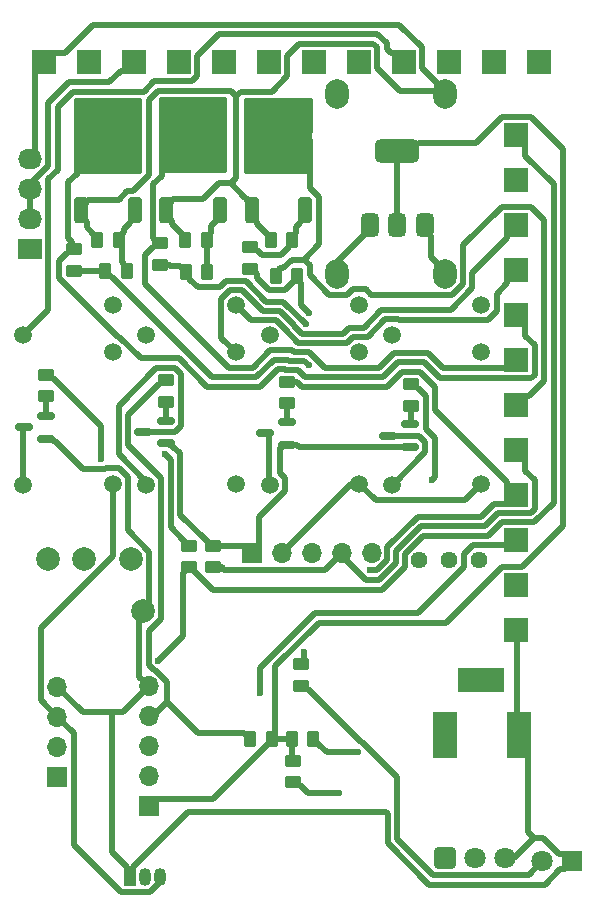
<source format=gbr>
%TF.GenerationSoftware,KiCad,Pcbnew,8.0.5*%
%TF.CreationDate,2024-10-28T11:16:19+03:00*%
%TF.ProjectId,IoTmanager,496f546d-616e-4616-9765-722e6b696361,rev?*%
%TF.SameCoordinates,Original*%
%TF.FileFunction,Copper,L2,Bot*%
%TF.FilePolarity,Positive*%
%FSLAX46Y46*%
G04 Gerber Fmt 4.6, Leading zero omitted, Abs format (unit mm)*
G04 Created by KiCad (PCBNEW 8.0.5) date 2024-10-28 11:16:19*
%MOMM*%
%LPD*%
G01*
G04 APERTURE LIST*
G04 Aperture macros list*
%AMRoundRect*
0 Rectangle with rounded corners*
0 $1 Rounding radius*
0 $2 $3 $4 $5 $6 $7 $8 $9 X,Y pos of 4 corners*
0 Add a 4 corners polygon primitive as box body*
4,1,4,$2,$3,$4,$5,$6,$7,$8,$9,$2,$3,0*
0 Add four circle primitives for the rounded corners*
1,1,$1+$1,$2,$3*
1,1,$1+$1,$4,$5*
1,1,$1+$1,$6,$7*
1,1,$1+$1,$8,$9*
0 Add four rect primitives between the rounded corners*
20,1,$1+$1,$2,$3,$4,$5,0*
20,1,$1+$1,$4,$5,$6,$7,0*
20,1,$1+$1,$6,$7,$8,$9,0*
20,1,$1+$1,$8,$9,$2,$3,0*%
G04 Aperture macros list end*
%TA.AperFunction,ComponentPad*%
%ADD10R,1.700000X1.700000*%
%TD*%
%TA.AperFunction,ComponentPad*%
%ADD11O,1.700000X1.700000*%
%TD*%
%TA.AperFunction,ComponentPad*%
%ADD12R,1.050000X1.500000*%
%TD*%
%TA.AperFunction,ComponentPad*%
%ADD13O,1.050000X1.500000*%
%TD*%
%TA.AperFunction,ComponentPad*%
%ADD14C,1.500000*%
%TD*%
%TA.AperFunction,ComponentPad*%
%ADD15R,2.000000X4.000000*%
%TD*%
%TA.AperFunction,ComponentPad*%
%ADD16R,4.000000X2.000000*%
%TD*%
%TA.AperFunction,ComponentPad*%
%ADD17C,1.440000*%
%TD*%
%TA.AperFunction,ComponentPad*%
%ADD18R,1.800000X1.800000*%
%TD*%
%TA.AperFunction,ComponentPad*%
%ADD19C,1.800000*%
%TD*%
%TA.AperFunction,ComponentPad*%
%ADD20R,2.000000X2.000000*%
%TD*%
%TA.AperFunction,ComponentPad*%
%ADD21O,2.000000X2.500000*%
%TD*%
%TA.AperFunction,ComponentPad*%
%ADD22RoundRect,0.250200X-0.649800X-0.649800X0.649800X-0.649800X0.649800X0.649800X-0.649800X0.649800X0*%
%TD*%
%TA.AperFunction,ComponentPad*%
%ADD23C,2.000000*%
%TD*%
%TA.AperFunction,ComponentPad*%
%ADD24R,2.032000X1.727200*%
%TD*%
%TA.AperFunction,ComponentPad*%
%ADD25O,2.032000X1.727200*%
%TD*%
%TA.AperFunction,SMDPad,CuDef*%
%ADD26RoundRect,0.250000X0.450000X-0.262500X0.450000X0.262500X-0.450000X0.262500X-0.450000X-0.262500X0*%
%TD*%
%TA.AperFunction,SMDPad,CuDef*%
%ADD27RoundRect,0.250000X0.350000X-0.850000X0.350000X0.850000X-0.350000X0.850000X-0.350000X-0.850000X0*%
%TD*%
%TA.AperFunction,SMDPad,CuDef*%
%ADD28RoundRect,0.250000X1.125000X-1.275000X1.125000X1.275000X-1.125000X1.275000X-1.125000X-1.275000X0*%
%TD*%
%TA.AperFunction,SMDPad,CuDef*%
%ADD29RoundRect,0.249997X2.650003X-2.950003X2.650003X2.950003X-2.650003X2.950003X-2.650003X-2.950003X0*%
%TD*%
%TA.AperFunction,SMDPad,CuDef*%
%ADD30RoundRect,0.150000X0.587500X0.150000X-0.587500X0.150000X-0.587500X-0.150000X0.587500X-0.150000X0*%
%TD*%
%TA.AperFunction,SMDPad,CuDef*%
%ADD31RoundRect,0.250000X-0.262500X-0.450000X0.262500X-0.450000X0.262500X0.450000X-0.262500X0.450000X0*%
%TD*%
%TA.AperFunction,SMDPad,CuDef*%
%ADD32RoundRect,0.250000X-0.450000X0.262500X-0.450000X-0.262500X0.450000X-0.262500X0.450000X0.262500X0*%
%TD*%
%TA.AperFunction,SMDPad,CuDef*%
%ADD33RoundRect,0.375000X0.375000X-0.625000X0.375000X0.625000X-0.375000X0.625000X-0.375000X-0.625000X0*%
%TD*%
%TA.AperFunction,SMDPad,CuDef*%
%ADD34RoundRect,0.500000X1.400000X-0.500000X1.400000X0.500000X-1.400000X0.500000X-1.400000X-0.500000X0*%
%TD*%
%TA.AperFunction,SMDPad,CuDef*%
%ADD35RoundRect,0.250000X0.262500X0.450000X-0.262500X0.450000X-0.262500X-0.450000X0.262500X-0.450000X0*%
%TD*%
%TA.AperFunction,ViaPad*%
%ADD36C,0.600000*%
%TD*%
%TA.AperFunction,Conductor*%
%ADD37C,0.500000*%
%TD*%
G04 APERTURE END LIST*
D10*
%TO.P,max1,1,Pin_1*%
%TO.N,GNDPWR*%
X98300000Y-102300000D03*
D11*
%TO.P,max1,2,Pin_2*%
%TO.N,+5C*%
X100840000Y-102300000D03*
%TO.P,max1,3,Pin_3*%
%TO.N,/d5*%
X103380000Y-102300000D03*
%TO.P,max1,4,Pin_4*%
%TO.N,/d8*%
X105920000Y-102300000D03*
%TO.P,max1,5,Pin_5*%
%TO.N,/d6*%
X108460000Y-102300000D03*
%TD*%
D12*
%TO.P,U7,1,GND*%
%TO.N,GNDPWR*%
X88000000Y-129700000D03*
D13*
%TO.P,U7,2,DQ*%
%TO.N,/d7*%
X89270000Y-129700000D03*
%TO.P,U7,3,V_{DD}*%
%TO.N,+5C*%
X90540000Y-129700000D03*
%TD*%
D10*
%TO.P,display/ads1,1,Pin_1*%
%TO.N,/d1*%
X81840000Y-121220000D03*
D11*
%TO.P,display/ads1,2,Pin_2*%
%TO.N,/d2*%
X81840000Y-118680000D03*
%TO.P,display/ads1,3,Pin_3*%
%TO.N,+5C*%
X81840000Y-116140000D03*
%TO.P,display/ads1,4,Pin_4*%
%TO.N,GNDPWR*%
X81840000Y-113600000D03*
%TD*%
D14*
%TO.P,K1,5*%
%TO.N,/conn2-5*%
X86540000Y-81260000D03*
%TO.P,K1,4*%
%TO.N,/conn2-6*%
X86540000Y-85300000D03*
%TO.P,K1,3*%
%TO.N,/conn2-4*%
X78940000Y-83800000D03*
%TO.P,K1,2*%
%TO.N,+5C*%
X86540000Y-96400000D03*
%TO.P,K1,1*%
%TO.N,Net-(Q4-C)*%
X78940000Y-96500000D03*
%TD*%
D15*
%TO.P,dc-in1,1,+12*%
%TO.N,+12C*%
X114700000Y-117700000D03*
D16*
%TO.P,dc-in1,2,conn*%
%TO.N,unconnected-(dc-in1-conn-Pad2)*%
X117700000Y-113000000D03*
D15*
%TO.P,dc-in1,3,GND*%
%TO.N,GNDPWR*%
X120900000Y-117700000D03*
%TD*%
D17*
%TO.P,RV1,1,1*%
%TO.N,/a0-in-res*%
X112460000Y-102900000D03*
%TO.P,RV1,2,2*%
%TO.N,Net-(R3-Pad1)*%
X115000000Y-102900000D03*
%TO.P,RV1,3,3*%
%TO.N,GNDPWR*%
X117540000Y-102900000D03*
%TD*%
D18*
%TO.P,D1,1,K*%
%TO.N,GNDPWR*%
X125440000Y-128400000D03*
D19*
%TO.P,D1,2,A*%
%TO.N,Net-(D1-A)*%
X122900000Y-128400000D03*
%TD*%
D20*
%TO.P,J3,1,Pin_1*%
%TO.N,/conn2-1*%
X122600000Y-60700000D03*
%TO.P,J3,2,Pin_2*%
%TO.N,/conn2-2*%
X118790000Y-60700000D03*
%TO.P,J3,3,Pin_3*%
%TO.N,/conn2-3*%
X114980000Y-60700000D03*
%TO.P,J3,4,Pin_4*%
%TO.N,/conn2-4*%
X111170000Y-60700000D03*
%TO.P,J3,5,Pin_5*%
%TO.N,/conn2-5*%
X107360000Y-60700000D03*
%TO.P,J3,6,Pin_6*%
%TO.N,/conn2-6*%
X103550000Y-60700000D03*
%TO.P,J3,7,Pin_7*%
%TO.N,/conn2-7*%
X99740000Y-60700000D03*
%TO.P,J3,8,Pin_8*%
%TO.N,/conn2-8*%
X95930000Y-60700000D03*
%TO.P,J3,9,Pin_9*%
%TO.N,/conn2-9*%
X92120000Y-60700000D03*
%TO.P,J3,10,Pin_10*%
%TO.N,/d2*%
X88310000Y-60700000D03*
%TO.P,J3,11,Pin_11*%
%TO.N,+12C*%
X84500000Y-60700000D03*
%TO.P,J3,12,Pin_12*%
%TO.N,GNDPWR*%
X80690000Y-60700000D03*
%TD*%
D21*
%TO.P,U4,1,IN-*%
%TO.N,GNDPWR*%
X114640000Y-63400000D03*
%TO.P,U4,2,IN+*%
%TO.N,+12C*%
X105500000Y-63400000D03*
%TO.P,U4,3,OUT-*%
%TO.N,GNDPWR*%
X114640000Y-78640000D03*
%TO.P,U4,4,OUT+*%
%TO.N,+5C*%
X105500000Y-78640000D03*
%TD*%
D14*
%TO.P,K4,1*%
%TO.N,Net-(Q2-C)*%
X99820000Y-96500000D03*
%TO.P,K4,2*%
%TO.N,+5C*%
X107420000Y-96400000D03*
%TO.P,K4,3*%
%TO.N,/conn2-7*%
X99820000Y-83800000D03*
%TO.P,K4,4*%
%TO.N,/conn2-9*%
X107420000Y-85300000D03*
%TO.P,K4,5*%
%TO.N,/conn2-8*%
X107420000Y-81260000D03*
%TD*%
D10*
%TO.P,J1,1,Pin_1*%
%TO.N,+3.3V*%
X89570000Y-123740000D03*
D11*
%TO.P,J1,2,Pin_2*%
%TO.N,/tx*%
X89570000Y-121200000D03*
%TO.P,J1,3,Pin_3*%
%TO.N,/rx*%
X89570000Y-118660000D03*
%TO.P,J1,4,Pin_4*%
%TO.N,/d3*%
X89570000Y-116120000D03*
%TO.P,J1,5,Pin_5*%
%TO.N,GNDPWR*%
X89570000Y-113580000D03*
%TD*%
D22*
%TO.P,U3,1,OUT*%
%TO.N,/d5*%
X114660000Y-128100000D03*
D19*
%TO.P,U3,2,Vs*%
%TO.N,+5C*%
X117200000Y-128100000D03*
%TO.P,U3,3,GND*%
%TO.N,GNDPWR*%
X119740000Y-128100000D03*
%TD*%
D23*
%TO.P,U5,1,Sleeve*%
%TO.N,GNDPWR*%
X89085000Y-107200000D03*
%TO.P,U5,2,Tip*%
%TO.N,/a0-in-res*%
X88085000Y-102800000D03*
%TO.P,U5,3,Ring1*%
%TO.N,unconnected-(U5-Ring1-Pad3)*%
X84085000Y-102800000D03*
%TO.P,U5,4,Ring2*%
%TO.N,unconnected-(U5-Ring2-Pad4)*%
X81085000Y-102800000D03*
%TD*%
D14*
%TO.P,K3-possible-d1,1*%
%TO.N,Net-(Q1-C)*%
X89340000Y-96500000D03*
%TO.P,K3-possible-d1,2*%
%TO.N,+5C*%
X96940000Y-96400000D03*
%TO.P,K3-possible-d1,3*%
%TO.N,/conn1-10*%
X89340000Y-83800000D03*
%TO.P,K3-possible-d1,4*%
%TO.N,/conn1-9*%
X96940000Y-85300000D03*
%TO.P,K3-possible-d1,5*%
%TO.N,/conn1-8*%
X96940000Y-81260000D03*
%TD*%
D20*
%TO.P,J2,1,Pin_1*%
%TO.N,GNDPWR*%
X120700000Y-108800000D03*
%TO.P,J2,2,Pin_2*%
%TO.N,+5C*%
X120700000Y-104990000D03*
%TO.P,J2,3,Pin_3*%
%TO.N,/rx*%
X120700000Y-101180000D03*
%TO.P,J2,4,Pin_4*%
%TO.N,/tx*%
X120700000Y-97370000D03*
%TO.P,J2,5,Pin_5*%
%TO.N,/d8*%
X120700000Y-93560000D03*
%TO.P,J2,6,Pin_6*%
%TO.N,/mosf1-out-d5*%
X120700000Y-89750000D03*
%TO.P,J2,7,Pin_7*%
%TO.N,/mosf2-out-d6*%
X120700000Y-85940000D03*
%TO.P,J2,8,Pin_8*%
%TO.N,/mosf3-out-d7*%
X120700000Y-82130000D03*
%TO.P,J2,9,Pin_9*%
%TO.N,/conn1-8*%
X120700000Y-78320000D03*
%TO.P,J2,10,Pin_10*%
%TO.N,/conn1-9*%
X120700000Y-74510000D03*
%TO.P,J2,11,Pin_11*%
%TO.N,/conn1-10*%
X120700000Y-70700000D03*
%TO.P,J2,12,Pin_12*%
%TO.N,/d1*%
X120700000Y-66890000D03*
%TD*%
D14*
%TO.P,K2,5*%
%TO.N,/conn2-2*%
X117740000Y-81260000D03*
%TO.P,K2,4*%
%TO.N,/conn2-3*%
X117740000Y-85300000D03*
%TO.P,K2,3*%
%TO.N,/conn2-1*%
X110140000Y-83800000D03*
%TO.P,K2,2*%
%TO.N,+5C*%
X117740000Y-96400000D03*
%TO.P,K2,1*%
%TO.N,Net-(Q3-C)*%
X110140000Y-96500000D03*
%TD*%
D24*
%TO.P,MX-RM-5V-RF-sensor1,1,Pin_1*%
%TO.N,+5C*%
X79500029Y-76540707D03*
D25*
%TO.P,MX-RM-5V-RF-sensor1,2,Pin_2*%
%TO.N,/d2*%
X79500029Y-74000707D03*
%TO.P,MX-RM-5V-RF-sensor1,3,Pin_3*%
X79500029Y-71460707D03*
%TO.P,MX-RM-5V-RF-sensor1,4,Pin_4*%
%TO.N,GNDPWR*%
X79500029Y-68920707D03*
%TD*%
D26*
%TO.P,R14,1*%
%TO.N,Net-(Q4-B)*%
X80900000Y-89000000D03*
%TO.P,R14,2*%
%TO.N,/d4*%
X80900000Y-87175000D03*
%TD*%
D27*
%TO.P,IRLR2,1,G*%
%TO.N,Net-(IRLR2-G)*%
X102845000Y-73275000D03*
D28*
%TO.P,IRLR2,2,D*%
%TO.N,/mosf1-out-d5*%
X99040000Y-68650000D03*
X102090000Y-68650000D03*
D29*
X100565000Y-66975000D03*
D28*
X99040000Y-65300000D03*
X102090000Y-65300000D03*
D27*
%TO.P,IRLR2,3,S*%
%TO.N,GNDPWR*%
X98285000Y-73275000D03*
%TD*%
%TO.P,IRLR3,1,G*%
%TO.N,Net-(IRLR3-G)*%
X88445000Y-73275000D03*
D28*
%TO.P,IRLR3,2,D*%
%TO.N,/mosf3-out-d7*%
X84640000Y-68650000D03*
X87690000Y-68650000D03*
D29*
X86165000Y-66975000D03*
D28*
X84640000Y-65300000D03*
X87690000Y-65300000D03*
D27*
%TO.P,IRLR3,3,S*%
%TO.N,GNDPWR*%
X83885000Y-73275000D03*
%TD*%
D26*
%TO.P,R17,1*%
%TO.N,Net-(Q1-B)*%
X91000000Y-89500000D03*
%TO.P,R17,2*%
%TO.N,/d3*%
X91000000Y-87675000D03*
%TD*%
%TO.P,R15,1*%
%TO.N,Net-(Q3-B)*%
X111800000Y-89825000D03*
%TO.P,R15,2*%
%TO.N,/d0*%
X111800000Y-88000000D03*
%TD*%
D30*
%TO.P,Q4,1,B*%
%TO.N,Net-(Q4-B)*%
X80900000Y-90700000D03*
%TO.P,Q4,2,E*%
%TO.N,GNDPWR*%
X80900000Y-92600000D03*
%TO.P,Q4,3,C*%
%TO.N,Net-(Q4-C)*%
X79025000Y-91650000D03*
%TD*%
D31*
%TO.P,R5,1*%
%TO.N,/d6*%
X92715000Y-78500000D03*
%TO.P,R5,2*%
%TO.N,Net-(IRLR1-G)*%
X94540000Y-78500000D03*
%TD*%
D32*
%TO.P,R10,1*%
%TO.N,+3.3V*%
X101760000Y-119855000D03*
%TO.P,R10,2*%
%TO.N,Net-(U2-~{RST})*%
X101760000Y-121680000D03*
%TD*%
%TO.P,jumper-d1,1*%
%TO.N,/conn1-8*%
X93000000Y-101675000D03*
%TO.P,jumper-d1,2*%
%TO.N,/d1*%
X93000000Y-103500000D03*
%TD*%
D31*
%TO.P,R11,1*%
%TO.N,+3.3V*%
X101675000Y-118000000D03*
%TO.P,R11,2*%
%TO.N,Net-(U2-EN)*%
X103500000Y-118000000D03*
%TD*%
D26*
%TO.P,R13,1*%
%TO.N,/d8*%
X95000000Y-103500000D03*
%TO.P,R13,2*%
%TO.N,GNDPWR*%
X95000000Y-101675000D03*
%TD*%
D31*
%TO.P,R2,1*%
%TO.N,GNDPWR*%
X99915000Y-75800000D03*
%TO.P,R2,2*%
%TO.N,Net-(IRLR2-G)*%
X101740000Y-75800000D03*
%TD*%
D27*
%TO.P,IRLR1,1,G*%
%TO.N,Net-(IRLR1-G)*%
X95640000Y-73200000D03*
D28*
%TO.P,IRLR1,2,D*%
%TO.N,/mosf2-out-d6*%
X91835000Y-68575000D03*
X94885000Y-68575000D03*
D29*
X93360000Y-66900000D03*
D28*
X91835000Y-65225000D03*
X94885000Y-65225000D03*
D27*
%TO.P,IRLR1,3,S*%
%TO.N,GNDPWR*%
X91080000Y-73200000D03*
%TD*%
D30*
%TO.P,Q3,1,B*%
%TO.N,Net-(Q3-B)*%
X111700000Y-91400000D03*
%TO.P,Q3,2,E*%
%TO.N,GNDPWR*%
X111700000Y-93300000D03*
%TO.P,Q3,3,C*%
%TO.N,Net-(Q3-C)*%
X109825000Y-92350000D03*
%TD*%
%TO.P,Q2,1,B*%
%TO.N,Net-(Q2-B)*%
X101300000Y-91200000D03*
%TO.P,Q2,2,E*%
%TO.N,GNDPWR*%
X101300000Y-93100000D03*
%TO.P,Q2,3,C*%
%TO.N,Net-(Q2-C)*%
X99425000Y-92150000D03*
%TD*%
D33*
%TO.P,U6,1,GND/ADJ*%
%TO.N,GNDPWR*%
X112940000Y-74540000D03*
%TO.P,U6,2,VOUT*%
%TO.N,+3.3V*%
X110640000Y-74540000D03*
D34*
X110640000Y-68240000D03*
D33*
%TO.P,U6,3,VIN*%
%TO.N,+5C*%
X108340000Y-74540000D03*
%TD*%
D31*
%TO.P,R8,1*%
%TO.N,/d7*%
X85915000Y-78400000D03*
%TO.P,R8,2*%
%TO.N,Net-(IRLR3-G)*%
X87740000Y-78400000D03*
%TD*%
D30*
%TO.P,Q1,1,B*%
%TO.N,Net-(Q1-B)*%
X91000000Y-91100000D03*
%TO.P,Q1,2,E*%
%TO.N,GNDPWR*%
X91000000Y-93000000D03*
%TO.P,Q1,3,C*%
%TO.N,Net-(Q1-C)*%
X89125000Y-92050000D03*
%TD*%
D31*
%TO.P,R6,1*%
%TO.N,GNDPWR*%
X92687500Y-75800000D03*
%TO.P,R6,2*%
%TO.N,Net-(IRLR1-G)*%
X94512500Y-75800000D03*
%TD*%
D35*
%TO.P,Jumper-d5,1*%
%TO.N,/d5*%
X102140000Y-78800000D03*
%TO.P,Jumper-d5,2*%
%TO.N,/mosf1-out-d5*%
X100315000Y-78800000D03*
%TD*%
D31*
%TO.P,R12,1*%
%TO.N,/d3*%
X98175000Y-118000000D03*
%TO.P,R12,2*%
%TO.N,+3.3V*%
X100000000Y-118000000D03*
%TD*%
D26*
%TO.P,R1,1*%
%TO.N,/d5*%
X98140000Y-78225000D03*
%TO.P,R1,2*%
%TO.N,Net-(IRLR2-G)*%
X98140000Y-76400000D03*
%TD*%
%TO.P,Jumper-d6,1*%
%TO.N,/d6*%
X90540000Y-77900000D03*
%TO.P,Jumper-d6,2*%
%TO.N,/mosf2-out-d6*%
X90540000Y-76075000D03*
%TD*%
%TO.P,R18,1*%
%TO.N,Net-(Q2-B)*%
X101300000Y-89600000D03*
%TO.P,R18,2*%
%TO.N,/tx*%
X101300000Y-87775000D03*
%TD*%
D31*
%TO.P,R9,1*%
%TO.N,GNDPWR*%
X85215000Y-75800000D03*
%TO.P,R9,2*%
%TO.N,Net-(IRLR3-G)*%
X87040000Y-75800000D03*
%TD*%
D26*
%TO.P,Jumper-d7,1*%
%TO.N,/d7*%
X83240000Y-78400000D03*
%TO.P,Jumper-d7,2*%
%TO.N,/mosf3-out-d7*%
X83240000Y-76575000D03*
%TD*%
%TO.P,R16,1*%
%TO.N,Net-(D1-A)*%
X102500000Y-113500000D03*
%TO.P,R16,2*%
%TO.N,/d8*%
X102500000Y-111675000D03*
%TD*%
D36*
%TO.N,/conn1-8*%
X90952800Y-93901700D03*
%TO.N,/tx*%
X108320600Y-103755900D03*
%TO.N,/rx*%
X99040600Y-114125100D03*
%TO.N,/d8*%
X102709000Y-110661500D03*
%TO.N,+3.3V*%
X108099100Y-108200000D03*
%TO.N,/d4*%
X85542400Y-94343300D03*
%TO.N,/d0*%
X113531600Y-96094300D03*
%TO.N,/d5*%
X103136200Y-81999400D03*
%TO.N,/d7*%
X103122800Y-86389700D03*
%TO.N,/d1*%
X90392100Y-111391700D03*
%TO.N,/d6*%
X102881100Y-82908800D03*
%TO.N,Net-(U2-~{RST})*%
X105700500Y-122586800D03*
%TO.N,Net-(U2-EN)*%
X107290000Y-119136200D03*
%TD*%
D37*
%TO.N,GNDPWR*%
X113478000Y-75498600D02*
X113478000Y-75498700D01*
X89616000Y-63911200D02*
X90378200Y-63149000D01*
X124790000Y-127750000D02*
X125440000Y-128400000D01*
X120800000Y-109800000D02*
X120800000Y-109550000D01*
X98285000Y-73275000D02*
X98771700Y-74329700D01*
X121650000Y-119450000D02*
X120900000Y-117700000D01*
X92240000Y-93843400D02*
X92240000Y-99034600D01*
X84379000Y-74708600D02*
X84379000Y-74337000D01*
X95817800Y-101700000D02*
X97450000Y-101700000D01*
X110961900Y-93300000D02*
X102300200Y-93300000D01*
X122165800Y-126440100D02*
X121650000Y-125924300D01*
X89570000Y-113580000D02*
X87402000Y-115748000D01*
X97760100Y-72192200D02*
X96541600Y-70973700D01*
X95000000Y-101675000D02*
X95701000Y-101675000D01*
X98285000Y-73275000D02*
X97798300Y-72220300D01*
X84872200Y-57550000D02*
X110797800Y-57550000D01*
X102100200Y-93100000D02*
X102038100Y-93100000D01*
X124540000Y-127750000D02*
X124790000Y-127750000D01*
X87776800Y-71624000D02*
X88248800Y-71624000D01*
X124540000Y-129050000D02*
X124790000Y-129050000D01*
X101290000Y-61927800D02*
X99988900Y-63228900D01*
X82472200Y-59950000D02*
X84872200Y-57550000D01*
X97450000Y-101700000D02*
X97700000Y-101700000D01*
X97376800Y-63228900D02*
X96989200Y-63616500D01*
X84476400Y-72377000D02*
X87023800Y-72377000D01*
X89616000Y-70256800D02*
X89616000Y-63911200D01*
X79940000Y-61700000D02*
X79940000Y-68633100D01*
X96541600Y-70973700D02*
X96989200Y-70526100D01*
X108910000Y-59472200D02*
X108587800Y-59150000D01*
X91669500Y-93272800D02*
X91669500Y-93272900D01*
X87840000Y-95861500D02*
X87840000Y-100363000D01*
X86505900Y-127627300D02*
X86505900Y-115748000D01*
X120505900Y-128100000D02*
X122165800Y-126440100D01*
X80690000Y-60700000D02*
X81440000Y-59950000D01*
X83885000Y-73275000D02*
X84476400Y-72377000D01*
X87725000Y-129200000D02*
X87725000Y-128950000D01*
X88742100Y-107542900D02*
X89085000Y-107200000D01*
X81840000Y-113600000D02*
X83988000Y-115748000D01*
X113480900Y-77230900D02*
X114640000Y-78390000D01*
X122990700Y-126440100D02*
X124300600Y-127750000D01*
X113347000Y-130351000D02*
X123135400Y-130351000D01*
X109810500Y-124396200D02*
X109810500Y-126814500D01*
X81690000Y-59950000D02*
X82472200Y-59950000D01*
X87725000Y-128950000D02*
X87725000Y-128846400D01*
X100683700Y-93394800D02*
X101300000Y-93100000D01*
X100683700Y-95525200D02*
X100683700Y-93394800D01*
X113480900Y-75501600D02*
X113480900Y-77230900D01*
X92871900Y-124249500D02*
X109663800Y-124249500D01*
X95792800Y-101675000D02*
X95817800Y-101700000D01*
X101290000Y-60182200D02*
X101290000Y-61927800D01*
X121650000Y-119700000D02*
X121650000Y-119450000D01*
X112720000Y-59472200D02*
X112720000Y-61230000D01*
X120800000Y-115700000D02*
X120800000Y-109800000D01*
X99988900Y-63228900D02*
X97376800Y-63228900D01*
X97770200Y-72192200D02*
X97760100Y-72192200D01*
X123135400Y-130351000D02*
X124436400Y-129050000D01*
X79940000Y-68633100D02*
X79652400Y-68920700D01*
X110842200Y-63150000D02*
X108910000Y-61217800D01*
X113478000Y-75498700D02*
X113480900Y-75501600D01*
X88275000Y-128846400D02*
X92871900Y-124249500D01*
X114640000Y-63150000D02*
X114640000Y-63400000D01*
X124790000Y-129050000D02*
X125440000Y-128400000D01*
X79652400Y-68920700D02*
X79500000Y-68920700D01*
X92288300Y-75145400D02*
X92687500Y-75800000D01*
X85215000Y-75800000D02*
X84815800Y-75145400D01*
X80690000Y-60700000D02*
X79940000Y-61450000D01*
X95701000Y-101675000D02*
X95792800Y-101675000D01*
X87078500Y-95100000D02*
X87840000Y-95861500D01*
X110797800Y-57550000D02*
X112720000Y-59472200D01*
X98900000Y-101450000D02*
X98900000Y-99258500D01*
X88275000Y-128950000D02*
X88275000Y-128846400D01*
X108587800Y-59150000D02*
X102322200Y-59150000D01*
X83988000Y-115748000D02*
X86505900Y-115748000D01*
X112940000Y-74540000D02*
X113478000Y-75498600D01*
X97798300Y-72220300D02*
X97770200Y-72192200D01*
X90378200Y-63149000D02*
X96521700Y-63149000D01*
X121650000Y-125924300D02*
X121650000Y-119700000D01*
X94413300Y-101207900D02*
X95000000Y-101675000D01*
X98900000Y-101700000D02*
X98900000Y-101450000D01*
X98771700Y-74329700D02*
X98771700Y-74401300D01*
X87402000Y-115748000D02*
X86505900Y-115748000D01*
X109810500Y-126814500D02*
X113347000Y-130351000D01*
X81610300Y-92832000D02*
X83971600Y-95193300D01*
X81440000Y-59950000D02*
X81690000Y-59950000D01*
X92240000Y-99034600D02*
X94413300Y-101207900D01*
X79940000Y-61450000D02*
X79940000Y-61700000D01*
X83971600Y-95193300D02*
X85908200Y-95193300D01*
X84379000Y-74337000D02*
X84371700Y-74329700D01*
X94205300Y-72302000D02*
X91671400Y-72302000D01*
X88000000Y-129700000D02*
X88275000Y-129200000D01*
X87840000Y-100363000D02*
X89635000Y-102158000D01*
X88000000Y-129700000D02*
X87725000Y-129200000D01*
X91080000Y-73200000D02*
X91566700Y-74254700D01*
X98300000Y-102300000D02*
X98900000Y-101700000D01*
X112720000Y-61230000D02*
X114640000Y-63150000D01*
X91566700Y-74423800D02*
X92288300Y-75145400D01*
X91566700Y-74254700D02*
X91566700Y-74423800D01*
X111700000Y-93300000D02*
X110961900Y-93300000D01*
X87023800Y-72377000D02*
X87776800Y-71624000D01*
X84371700Y-74329700D02*
X83885000Y-73275000D01*
X80900000Y-92600000D02*
X81610300Y-92832000D01*
X89635000Y-106650000D02*
X89085000Y-107200000D01*
X109663800Y-124249500D02*
X109810500Y-124396200D01*
X124300600Y-127750000D02*
X124540000Y-127750000D01*
X96989200Y-70526100D02*
X96989200Y-63616500D01*
X120900000Y-117700000D02*
X120800000Y-115950000D01*
X89635000Y-102158000D02*
X89635000Y-106650000D01*
X120800000Y-109550000D02*
X120700000Y-108800000D01*
X101120000Y-97038500D02*
X101120000Y-95961500D01*
X91000000Y-93000000D02*
X91669500Y-93272800D01*
X95533600Y-70973700D02*
X94205300Y-72302000D01*
X96521700Y-63149000D02*
X96989200Y-63616500D01*
X91669500Y-93272900D02*
X92240000Y-93843400D01*
X120800000Y-115950000D02*
X120800000Y-115700000D01*
X102300200Y-93300000D02*
X102100200Y-93100000D01*
X87725000Y-128846400D02*
X86505900Y-127627300D01*
X102038100Y-93100000D02*
X101300000Y-93100000D01*
X122165800Y-126440100D02*
X122990700Y-126440100D01*
X88248800Y-71624000D02*
X89616000Y-70256800D01*
X114640000Y-78390000D02*
X114640000Y-78640000D01*
X99515800Y-75145400D02*
X99915000Y-75800000D01*
X84815800Y-75145400D02*
X84379000Y-74708600D01*
X124436400Y-129050000D02*
X124540000Y-129050000D01*
X101120000Y-95961500D02*
X100683700Y-95525200D01*
X119740000Y-128100000D02*
X120505900Y-128100000D01*
X102322200Y-59150000D02*
X101290000Y-60182200D01*
X86001500Y-95100000D02*
X87078500Y-95100000D01*
X91671400Y-72302000D02*
X91080000Y-73200000D01*
X88742100Y-112752100D02*
X88742100Y-107542900D01*
X89570000Y-113580000D02*
X88742100Y-112752100D01*
X96541600Y-70973700D02*
X95533600Y-70973700D01*
X88275000Y-129200000D02*
X88275000Y-128950000D01*
X98771700Y-74401300D02*
X99515800Y-75145400D01*
X98900000Y-99258500D02*
X101120000Y-97038500D01*
X85908200Y-95193300D02*
X86001500Y-95100000D01*
X114640000Y-63400000D02*
X114640000Y-63150000D01*
X114640000Y-63150000D02*
X110842200Y-63150000D01*
X97700000Y-101700000D02*
X98300000Y-102300000D01*
X108910000Y-61217800D02*
X108910000Y-59472200D01*
%TO.N,/conn1-8*%
X119040000Y-81798500D02*
X118278500Y-82560000D01*
X119950000Y-79070000D02*
X119950000Y-79320000D01*
X92502000Y-101171100D02*
X91440000Y-100109100D01*
X108101500Y-84000000D02*
X106881500Y-84000000D01*
X119950000Y-79423600D02*
X119040000Y-80333600D01*
X101087000Y-83331600D02*
X101087000Y-83275200D01*
X98213000Y-82533000D02*
X96940000Y-81260000D01*
X93000000Y-101675000D02*
X92502000Y-101171100D01*
X106405100Y-84476400D02*
X102231800Y-84476400D01*
X110678500Y-82500000D02*
X109601500Y-82500000D01*
X100344800Y-82533000D02*
X98213000Y-82533000D01*
X101087000Y-83275200D02*
X100344800Y-82533000D01*
X102231800Y-84476400D02*
X101087000Y-83331600D01*
X91440000Y-100109100D02*
X91440000Y-94388900D01*
X110738500Y-82560000D02*
X110678500Y-82500000D01*
X118278500Y-82560000D02*
X110738500Y-82560000D01*
X120700000Y-78320000D02*
X119950000Y-79070000D01*
X109601500Y-82500000D02*
X108101500Y-84000000D01*
X106881500Y-84000000D02*
X106405100Y-84476400D01*
X119040000Y-80333600D02*
X119040000Y-81798500D01*
X119950000Y-79320000D02*
X119950000Y-79423600D01*
X91440000Y-94388900D02*
X90952800Y-93901700D01*
%TO.N,/tx*%
X112581600Y-86936500D02*
X113851000Y-88205900D01*
X119950000Y-96266400D02*
X119950000Y-96370000D01*
X101300000Y-87775000D02*
X102001000Y-87775000D01*
X119950000Y-96370000D02*
X119950000Y-96620000D01*
X111031900Y-86936500D02*
X112581600Y-86936500D01*
X102092800Y-87775000D02*
X102517800Y-88200000D01*
X120700000Y-97370000D02*
X119950000Y-98120000D01*
X113851000Y-88205900D02*
X113851000Y-90167400D01*
X112357600Y-99230000D02*
X109792500Y-101795100D01*
X102001000Y-87775000D02*
X102092800Y-87775000D01*
X109792500Y-102851900D02*
X108888500Y-103755900D01*
X119950000Y-96620000D02*
X120700000Y-97370000D01*
X117736700Y-99230000D02*
X112357600Y-99230000D01*
X118846700Y-98120000D02*
X117736700Y-99230000D01*
X108888500Y-103755900D02*
X108320600Y-103755900D01*
X102517800Y-88200000D02*
X109768400Y-88200000D01*
X109792500Y-101795100D02*
X109792500Y-102851900D01*
X113851000Y-90167400D02*
X119950000Y-96266400D01*
X119700000Y-98120000D02*
X118846700Y-98120000D01*
X119950000Y-98120000D02*
X119700000Y-98120000D01*
X109768400Y-88200000D02*
X111031900Y-86936500D01*
%TO.N,/conn1-9*%
X95682800Y-84042800D02*
X96940000Y-85300000D01*
X116990000Y-79863400D02*
X115153400Y-81700000D01*
X119950000Y-75510000D02*
X119950000Y-75613600D01*
X95682800Y-80739300D02*
X95682800Y-84042800D01*
X116990000Y-78573600D02*
X116990000Y-79863400D01*
X96419300Y-80002800D02*
X95682800Y-80739300D01*
X107770200Y-83200000D02*
X106550200Y-83200000D01*
X109270200Y-81700000D02*
X107770200Y-83200000D01*
X102546100Y-83717600D02*
X101854100Y-83025600D01*
X97460700Y-80002800D02*
X96419300Y-80002800D01*
X115153400Y-81700000D02*
X109270200Y-81700000D01*
X106550200Y-83200000D02*
X106032600Y-83717600D01*
X106032600Y-83717600D02*
X102546100Y-83717600D01*
X119950000Y-75260000D02*
X119950000Y-75510000D01*
X100662600Y-81765900D02*
X99223800Y-81765900D01*
X119950000Y-75613600D02*
X116990000Y-78573600D01*
X99223800Y-81765900D02*
X97460700Y-80002800D01*
X120700000Y-74510000D02*
X119950000Y-75260000D01*
X101854100Y-82957400D02*
X100662600Y-81765900D01*
X101854100Y-83025600D02*
X101854100Y-82957400D01*
%TO.N,/rx*%
X116270000Y-103426100D02*
X112346100Y-107350000D01*
X116270000Y-102373900D02*
X116270000Y-103426100D01*
X120700000Y-101180000D02*
X119950000Y-101630000D01*
X112346100Y-107350000D02*
X103687000Y-107350000D01*
X117013900Y-101630000D02*
X116270000Y-102373900D01*
X103687000Y-107350000D02*
X99040600Y-111996400D01*
X99040600Y-111996400D02*
X99040600Y-114125100D01*
X119700000Y-101630000D02*
X117013900Y-101630000D01*
X119950000Y-101630000D02*
X119700000Y-101630000D01*
%TO.N,Net-(IRLR2-G)*%
X102050500Y-74637500D02*
X102050500Y-75108600D01*
X98841700Y-76710500D02*
X98831400Y-76710500D01*
X98831400Y-76710500D02*
X98140000Y-76400000D01*
X102358300Y-74329700D02*
X102050500Y-74637500D01*
X100744400Y-77051000D02*
X99182200Y-77051000D01*
X102845000Y-73275000D02*
X102358300Y-74329700D01*
X101740000Y-75800000D02*
X101340800Y-76454600D01*
X99182200Y-77051000D02*
X98841700Y-76710500D01*
X101340800Y-76454600D02*
X100744400Y-77051000D01*
X102050500Y-75108600D02*
X101740000Y-75800000D01*
%TO.N,/mosf1-out-d5*%
X116190000Y-76242200D02*
X119472200Y-72960000D01*
X103263000Y-71373800D02*
X103996000Y-72106800D01*
X100983800Y-78124600D02*
X101675900Y-77432500D01*
X103996000Y-72106800D02*
X103996000Y-76139700D01*
X121700000Y-89000000D02*
X121450000Y-89000000D01*
X106881500Y-79960000D02*
X107958500Y-79960000D01*
X106401500Y-80440000D02*
X106881500Y-79960000D01*
X108438500Y-80440000D02*
X115282000Y-80440000D01*
X107958500Y-79960000D02*
X108438500Y-80440000D01*
X103996000Y-76139700D02*
X102703200Y-77432500D01*
X103263000Y-70166400D02*
X103263000Y-71373800D01*
X123050000Y-87753600D02*
X121803600Y-89000000D01*
X102090000Y-68650000D02*
X103263000Y-70166400D01*
X100315000Y-78800000D02*
X100714200Y-78145400D01*
X123050000Y-74082200D02*
X123050000Y-87753600D01*
X115282000Y-80440000D02*
X116190000Y-79532000D01*
X101675900Y-77432500D02*
X102703200Y-77432500D01*
X103203500Y-77932800D02*
X103203500Y-78785500D01*
X119472200Y-72960000D02*
X121927800Y-72960000D01*
X103203500Y-78785500D02*
X104858000Y-80440000D01*
X121803600Y-89000000D02*
X121700000Y-89000000D01*
X100714200Y-78145400D02*
X100735000Y-78124600D01*
X102703200Y-77432500D02*
X103203500Y-77932800D01*
X116190000Y-79532000D02*
X116190000Y-76242200D01*
X100735000Y-78124600D02*
X100983800Y-78124600D01*
X121927800Y-72960000D02*
X123050000Y-74082200D01*
X104858000Y-80440000D02*
X106401500Y-80440000D01*
X121450000Y-89000000D02*
X120700000Y-89750000D01*
%TO.N,/mosf2-out-d6*%
X110355600Y-85336500D02*
X109092100Y-86600000D01*
X120700000Y-85940000D02*
X119950000Y-86600000D01*
X89929000Y-75583600D02*
X89953300Y-75607900D01*
X119950000Y-86600000D02*
X119700000Y-86600000D01*
X96401500Y-86600000D02*
X89289000Y-79487500D01*
X98367100Y-86600000D02*
X96401500Y-86600000D01*
X89289000Y-79487500D02*
X89289000Y-77070600D01*
X103170300Y-85235100D02*
X101864200Y-85235100D01*
X91835000Y-68575000D02*
X90662000Y-70091400D01*
X114480900Y-86600000D02*
X113217400Y-85336500D01*
X89885400Y-76474200D02*
X90540000Y-76075000D01*
X119700000Y-86600000D02*
X114480900Y-86600000D01*
X113217400Y-85336500D02*
X110355600Y-85336500D01*
X89289000Y-77070600D02*
X89885400Y-76474200D01*
X99855600Y-85111500D02*
X98367100Y-86600000D01*
X89953300Y-75607900D02*
X90540000Y-76075000D01*
X101864200Y-85235100D02*
X101740600Y-85111500D01*
X90662000Y-70091400D02*
X90662000Y-70342200D01*
X89929000Y-71075200D02*
X89929000Y-75583600D01*
X101740600Y-85111500D02*
X99855600Y-85111500D01*
X90662000Y-70342200D02*
X89929000Y-71075200D01*
X104535200Y-86600000D02*
X103170300Y-85235100D01*
X109092100Y-86600000D02*
X104535200Y-86600000D01*
%TO.N,Net-(IRLR1-G)*%
X95153300Y-74254700D02*
X95640000Y-73200000D01*
X94823000Y-74585000D02*
X95153300Y-74254700D01*
X94540000Y-77799000D02*
X94540000Y-77707200D01*
X94512500Y-77679700D02*
X94512500Y-76501000D01*
X94512500Y-75800000D02*
X94823000Y-75108600D01*
X94512500Y-76501000D02*
X94512500Y-75800000D01*
X94823000Y-75108600D02*
X94823000Y-74585000D01*
X94540000Y-77707200D02*
X94512500Y-77679700D01*
X94540000Y-78500000D02*
X94540000Y-77799000D01*
%TO.N,/mosf3-out-d7*%
X83467000Y-70176800D02*
X82734000Y-70909800D01*
X94488000Y-88200000D02*
X92099500Y-85811500D01*
X102201800Y-86752700D02*
X101119000Y-86752700D01*
X88890000Y-85811500D02*
X87078500Y-84000000D01*
X83040000Y-76311500D02*
X83240000Y-76575000D01*
X101077800Y-86711500D02*
X100518400Y-86711500D01*
X122250000Y-87167800D02*
X121927800Y-87490000D01*
X81989000Y-77570600D02*
X82585400Y-76974200D01*
X122250000Y-84712200D02*
X122250000Y-87167800D01*
X102849100Y-87400000D02*
X102201800Y-86752700D01*
X82734000Y-70909800D02*
X82734000Y-75651900D01*
X121450000Y-83912200D02*
X122250000Y-84712200D01*
X87078500Y-84000000D02*
X86994900Y-84000000D01*
X120700000Y-82130000D02*
X121450000Y-82880000D01*
X83040000Y-76061500D02*
X83040000Y-76311500D01*
X83040000Y-75957900D02*
X83040000Y-76061500D01*
X82734000Y-75651900D02*
X83040000Y-75957900D01*
X99029900Y-88200000D02*
X94488000Y-88200000D01*
X112899500Y-86136500D02*
X110687000Y-86136500D01*
X121450000Y-82880000D02*
X121450000Y-83130000D01*
X114253000Y-87490000D02*
X112899500Y-86136500D01*
X81989000Y-78994100D02*
X81989000Y-77570600D01*
X86994900Y-84000000D02*
X81989000Y-78994100D01*
X110687000Y-86136500D02*
X109423500Y-87400000D01*
X109423500Y-87400000D02*
X102849100Y-87400000D01*
X82585400Y-76974200D02*
X83240000Y-76575000D01*
X92099500Y-85811500D02*
X88890000Y-85811500D01*
X83467000Y-70166400D02*
X83467000Y-70176800D01*
X101119000Y-86752700D02*
X101077800Y-86711500D01*
X121927800Y-87490000D02*
X114253000Y-87490000D01*
X121450000Y-83130000D02*
X121450000Y-83912200D01*
X84640000Y-68650000D02*
X83467000Y-70166400D01*
X100518400Y-86711500D02*
X99029900Y-88200000D01*
%TO.N,Net-(IRLR3-G)*%
X87439200Y-75145400D02*
X87446500Y-75138100D01*
X87350500Y-76491400D02*
X87040000Y-75800000D01*
X87446500Y-74841500D02*
X87958300Y-74329700D01*
X87350500Y-77629600D02*
X87350500Y-76491400D01*
X87040000Y-75800000D02*
X87439200Y-75145400D01*
X87429500Y-77708600D02*
X87350500Y-77629600D01*
X87740000Y-78400000D02*
X87429500Y-77708600D01*
X87958300Y-74329700D02*
X88445000Y-73275000D01*
X87446500Y-75138100D02*
X87446500Y-74841500D01*
%TO.N,/d2*%
X79652400Y-70919800D02*
X79652400Y-71460700D01*
X82846900Y-62428900D02*
X81066000Y-64209800D01*
X79500000Y-71460700D02*
X79500000Y-74000700D01*
X81066000Y-69506200D02*
X79652400Y-70919800D01*
X86227500Y-62428900D02*
X82846900Y-62428900D01*
X87560000Y-61450000D02*
X87310000Y-61450000D01*
X88310000Y-60700000D02*
X87560000Y-61450000D01*
X87310000Y-61450000D02*
X87206400Y-61450000D01*
X81066000Y-64209800D02*
X81066000Y-69506200D01*
X87206400Y-61450000D02*
X86227500Y-62428900D01*
X79652400Y-71460700D02*
X79500000Y-71460700D01*
%TO.N,+5C*%
X100840000Y-102300000D02*
X106740000Y-96400000D01*
X87247200Y-131000000D02*
X83240000Y-126992800D01*
X117740000Y-96400000D02*
X116340000Y-97800000D01*
X116340000Y-97800000D02*
X108820000Y-97800000D01*
X105500000Y-77629900D02*
X105500000Y-78390000D01*
X90540000Y-129925000D02*
X90540000Y-130175300D01*
X90540000Y-130175300D02*
X89715300Y-131000000D01*
X83240000Y-117540000D02*
X81840000Y-116140000D01*
X86540000Y-102537000D02*
X86540000Y-96400000D01*
X81840000Y-116140000D02*
X80440000Y-114740000D01*
X89715300Y-131000000D02*
X87247200Y-131000000D01*
X107702400Y-75427500D02*
X105500000Y-77629900D01*
X80440000Y-114740000D02*
X80440000Y-108637000D01*
X105500000Y-78390000D02*
X105500000Y-78640000D01*
X80440000Y-108637000D02*
X86540000Y-102537000D01*
X83240000Y-126992800D02*
X83240000Y-117540000D01*
X108820000Y-97800000D02*
X107420000Y-96400000D01*
X106740000Y-96400000D02*
X107420000Y-96400000D01*
X90540000Y-129700000D02*
X90540000Y-129925000D01*
X108340000Y-74540000D02*
X107702400Y-75427500D01*
%TO.N,/d8*%
X121915400Y-98890000D02*
X119165700Y-98890000D01*
X95701000Y-103500000D02*
X95792800Y-103500000D01*
X119165700Y-98890000D02*
X118025700Y-100030000D01*
X95792800Y-103500000D02*
X95992800Y-103700000D01*
X110525000Y-102098500D02*
X110525000Y-103155400D01*
X121450000Y-95342200D02*
X122250000Y-96142200D01*
X95992800Y-103700000D02*
X104520000Y-103700000D01*
X120700000Y-93560000D02*
X121450000Y-94310000D01*
X102700000Y-111411500D02*
X102700000Y-111161500D01*
X102700000Y-111161500D02*
X102700000Y-110670500D01*
X102700000Y-110670500D02*
X102709000Y-110661500D01*
X105920000Y-102557400D02*
X105920000Y-102300000D01*
X122250000Y-98555400D02*
X121915400Y-98890000D01*
X104520000Y-103700000D02*
X105920000Y-102300000D01*
X109074500Y-104605900D02*
X107968500Y-104605900D01*
X121450000Y-94560000D02*
X121450000Y-95342200D01*
X102500000Y-111675000D02*
X102700000Y-111411500D01*
X95000000Y-103500000D02*
X95701000Y-103500000D01*
X121450000Y-94310000D02*
X121450000Y-94560000D01*
X112593500Y-100030000D02*
X110525000Y-102098500D01*
X107968500Y-104605900D02*
X105920000Y-102557400D01*
X110525000Y-103155400D02*
X109074500Y-104605900D01*
X118025700Y-100030000D02*
X112593500Y-100030000D01*
X122250000Y-96142200D02*
X122250000Y-98555400D01*
%TO.N,+3.3V*%
X94979600Y-123140000D02*
X99532900Y-118586700D01*
X114712200Y-108200000D02*
X108099100Y-108200000D01*
X124650000Y-68062200D02*
X124650000Y-100007800D01*
X121217800Y-103440000D02*
X119472200Y-103440000D01*
X119472200Y-65340000D02*
X121927800Y-65340000D01*
X101675000Y-118701000D02*
X101675000Y-118000000D01*
X100000000Y-118000000D02*
X100263500Y-118000000D01*
X99532900Y-118586700D02*
X100000000Y-118000000D01*
X110640000Y-68991900D02*
X110640000Y-68240000D01*
X117245800Y-67566400D02*
X119472200Y-65340000D01*
X100263500Y-118000000D02*
X100513500Y-118000000D01*
X101675000Y-119591500D02*
X101675000Y-119341500D01*
X110640000Y-68240000D02*
X112505400Y-67566400D01*
X112505400Y-67566400D02*
X117245800Y-67566400D01*
X110640000Y-74540000D02*
X110640000Y-73788600D01*
X100000000Y-118000000D02*
X100310500Y-117308600D01*
X100513500Y-118000000D02*
X101161500Y-118000000D01*
X124650000Y-100007800D02*
X121217800Y-103440000D01*
X101161500Y-118000000D02*
X101411500Y-118000000D01*
X100310500Y-117308600D02*
X100310500Y-111857900D01*
X110640000Y-69241900D02*
X110640000Y-68991900D01*
X103968400Y-108200000D02*
X108099100Y-108200000D01*
X119472200Y-103440000D02*
X114712200Y-108200000D01*
X101760000Y-119855000D02*
X101675000Y-119591500D01*
X90170000Y-123140000D02*
X90420000Y-123140000D01*
X110640000Y-73538600D02*
X110640000Y-69241900D01*
X110640000Y-73788600D02*
X110640000Y-73538600D01*
X89570000Y-123740000D02*
X90170000Y-123140000D01*
X121927800Y-65340000D02*
X124650000Y-68062200D01*
X100310500Y-111857900D02*
X103968400Y-108200000D01*
X101675000Y-119341500D02*
X101675000Y-118701000D01*
X101411500Y-118000000D02*
X101675000Y-118000000D01*
X90420000Y-123140000D02*
X94979600Y-123140000D01*
%TO.N,/d4*%
X80900000Y-87175000D02*
X81554600Y-87574200D01*
X85542400Y-91562000D02*
X85542400Y-94343300D01*
X81554600Y-87574200D02*
X85542400Y-91562000D01*
%TO.N,/d0*%
X111800000Y-88000000D02*
X112454600Y-88399200D01*
X113788100Y-95837800D02*
X113531600Y-96094300D01*
X112454600Y-88399200D02*
X113051000Y-88995600D01*
X113051000Y-88995600D02*
X113051000Y-91799400D01*
X113051000Y-91799400D02*
X113788100Y-92536500D01*
X113788100Y-92536500D02*
X113788100Y-95837800D01*
%TO.N,/d3*%
X89572900Y-111731000D02*
X90052800Y-112210900D01*
X90640000Y-107837000D02*
X89572900Y-108904100D01*
X93743500Y-117502000D02*
X91131500Y-114890000D01*
X90640000Y-95961500D02*
X90640000Y-107837000D01*
X98175000Y-118000000D02*
X97671100Y-117502000D01*
X97671100Y-117502000D02*
X93743500Y-117502000D01*
X90137000Y-112210900D02*
X90137100Y-112210800D01*
X89572900Y-108904100D02*
X89572900Y-111731000D01*
X89570000Y-116120000D02*
X89901500Y-116120000D01*
X90137100Y-112210800D02*
X91131500Y-113205200D01*
X87836900Y-93158400D02*
X90640000Y-95961500D01*
X91000000Y-87675000D02*
X90345400Y-88074200D01*
X90052800Y-112210900D02*
X90137000Y-112210900D01*
X91131500Y-113205200D02*
X91131500Y-114890000D01*
X90345400Y-88074200D02*
X87836900Y-90582700D01*
X89901500Y-116120000D02*
X91131500Y-114890000D01*
X87836900Y-90582700D02*
X87836900Y-93158400D01*
%TO.N,/d5*%
X102140000Y-78800000D02*
X101740800Y-79454600D01*
X99748700Y-80051000D02*
X98734000Y-79036300D01*
X98734000Y-79036300D02*
X98734000Y-78699400D01*
X101144400Y-80051000D02*
X99748700Y-80051000D01*
X101740800Y-79454600D02*
X101144400Y-80051000D01*
X102140000Y-78800000D02*
X102450500Y-79491400D01*
X102450500Y-81313700D02*
X103136200Y-81999400D01*
X98734000Y-78699400D02*
X98726700Y-78692100D01*
X102450500Y-79491400D02*
X102450500Y-81313700D01*
X98726700Y-78692100D02*
X98140000Y-78225000D01*
%TO.N,/d7*%
X83941000Y-78400000D02*
X83240000Y-78400000D01*
X101491600Y-85993900D02*
X101409200Y-85911500D01*
X86418900Y-78898000D02*
X85915000Y-78400000D01*
X102727000Y-85993900D02*
X101491600Y-85993900D01*
X86513500Y-79018600D02*
X86513500Y-78982300D01*
X94894900Y-87400000D02*
X86513500Y-79018600D01*
X101409200Y-85911500D02*
X100187000Y-85911500D01*
X85651500Y-78400000D02*
X85401500Y-78400000D01*
X85915000Y-78400000D02*
X85651500Y-78400000D01*
X86513500Y-78982300D02*
X86429200Y-78898000D01*
X103122800Y-86389700D02*
X102727000Y-85993900D01*
X98698500Y-87400000D02*
X94894900Y-87400000D01*
X86429200Y-78898000D02*
X86418900Y-78898000D01*
X85401500Y-78400000D02*
X83941000Y-78400000D01*
X100187000Y-85911500D02*
X98698500Y-87400000D01*
%TO.N,/d1*%
X93000000Y-103500000D02*
X92502000Y-104003900D01*
X92502000Y-104003900D02*
X92502000Y-109281800D01*
X112829400Y-100830000D02*
X111257500Y-102401900D01*
X109310400Y-105405900D02*
X95025500Y-105405900D01*
X120700000Y-66890000D02*
X121450000Y-67640000D01*
X118314600Y-100830000D02*
X112829400Y-100830000D01*
X111257500Y-103458800D02*
X109310400Y-105405900D01*
X93586700Y-103967100D02*
X93000000Y-103500000D01*
X123850000Y-98044300D02*
X122234300Y-99660000D01*
X121450000Y-67890000D02*
X121450000Y-68672200D01*
X95025500Y-105405900D02*
X93586700Y-103967100D01*
X111257500Y-102401900D02*
X111257500Y-103458800D01*
X92502000Y-109281800D02*
X90392100Y-111391700D01*
X121450000Y-67640000D02*
X121450000Y-67890000D01*
X119484600Y-99660000D02*
X118314600Y-100830000D01*
X123850000Y-71072200D02*
X123850000Y-98044300D01*
X122234300Y-99660000D02*
X119484600Y-99660000D01*
X121450000Y-68672200D02*
X123850000Y-71072200D01*
%TO.N,/d6*%
X97774400Y-79245700D02*
X99527600Y-80998900D01*
X92715000Y-78500000D02*
X93114200Y-79154600D01*
X90540000Y-77900000D02*
X91241000Y-77900000D01*
X91332800Y-77900000D02*
X91434800Y-78002000D01*
X92211100Y-78002000D02*
X92715000Y-78500000D01*
X100980300Y-80998900D02*
X102881100Y-82899700D01*
X95600300Y-79751000D02*
X96105600Y-79245700D01*
X96105600Y-79245700D02*
X97774400Y-79245700D01*
X91434800Y-78002000D02*
X92211100Y-78002000D01*
X93114200Y-79154600D02*
X93710600Y-79751000D01*
X93710600Y-79751000D02*
X95600300Y-79751000D01*
X102881100Y-82899700D02*
X102881100Y-82908800D01*
X99527600Y-80998900D02*
X100980300Y-80998900D01*
X91241000Y-77900000D02*
X91332800Y-77900000D01*
%TO.N,Net-(U2-~{RST})*%
X101760000Y-121680000D02*
X102451400Y-121990500D01*
X102451400Y-121990500D02*
X103047700Y-122586800D01*
X103047700Y-122586800D02*
X105700500Y-122586800D01*
%TO.N,Net-(U2-EN)*%
X103500000Y-118000000D02*
X104003900Y-118498000D01*
X104642100Y-119136200D02*
X107290000Y-119136200D01*
X104003900Y-118498000D02*
X104642100Y-119136200D01*
%TO.N,/conn2-4*%
X93670000Y-61927800D02*
X93243900Y-62353900D01*
X81866000Y-64541200D02*
X81866000Y-69837600D01*
X81066000Y-81674000D02*
X78940000Y-83800000D01*
X109710000Y-59593600D02*
X109710000Y-59140800D01*
X110066400Y-59950000D02*
X109710000Y-59593600D01*
X108919200Y-58350000D02*
X95502200Y-58350000D01*
X81066000Y-70637600D02*
X81066000Y-81674000D01*
X90041900Y-62353900D02*
X89166900Y-63228900D01*
X89166900Y-63228900D02*
X83178300Y-63228900D01*
X81866000Y-69837600D02*
X81066000Y-70637600D01*
X93243900Y-62353900D02*
X90041900Y-62353900D01*
X83178300Y-63228900D02*
X81866000Y-64541200D01*
X95502200Y-58350000D02*
X93670000Y-60182200D01*
X93670000Y-60182200D02*
X93670000Y-61927800D01*
X110170000Y-59950000D02*
X110066400Y-59950000D01*
X110420000Y-59950000D02*
X110170000Y-59950000D01*
X109710000Y-59140800D02*
X108919200Y-58350000D01*
X111170000Y-60700000D02*
X110420000Y-59950000D01*
%TO.N,Net-(D1-A)*%
X102500000Y-113500000D02*
X103154600Y-113899200D01*
X121749000Y-129551000D02*
X122900000Y-128400000D01*
X107642100Y-118286200D02*
X110610500Y-121254600D01*
X107541600Y-118286200D02*
X107642100Y-118286200D01*
X110610500Y-126483100D02*
X113678400Y-129551000D01*
X103154600Y-113899200D02*
X107541600Y-118286200D01*
X113678400Y-129551000D02*
X121749000Y-129551000D01*
X110610500Y-121254600D02*
X110610500Y-126483100D01*
%TO.N,Net-(Q1-B)*%
X91000000Y-90799400D02*
X91000000Y-90013500D01*
X91000000Y-90013500D02*
X91000000Y-89763500D01*
X91000000Y-89763500D02*
X91000000Y-89500000D01*
X91000000Y-91049400D02*
X91000000Y-90799400D01*
X91000000Y-91100000D02*
X91000000Y-91049400D01*
%TO.N,Net-(Q2-B)*%
X101300000Y-91200000D02*
X101300000Y-91149400D01*
X101300000Y-91149400D02*
X101300000Y-90899400D01*
X101300000Y-89863500D02*
X101300000Y-89600000D01*
X101300000Y-90899400D02*
X101300000Y-90113500D01*
X101300000Y-90113500D02*
X101300000Y-89863500D01*
%TO.N,Net-(Q3-B)*%
X111750000Y-90088500D02*
X111800000Y-89825000D01*
X111750000Y-90338500D02*
X111750000Y-90088500D01*
X111750000Y-91099400D02*
X111750000Y-90338500D01*
X111700000Y-91400000D02*
X111750000Y-91349400D01*
X111750000Y-91349400D02*
X111750000Y-91099400D01*
%TO.N,Net-(Q4-B)*%
X80900000Y-89513500D02*
X80900000Y-89263500D01*
X80900000Y-90700000D02*
X80900000Y-90649400D01*
X80900000Y-90399400D02*
X80900000Y-89513500D01*
X80900000Y-90649400D02*
X80900000Y-90399400D01*
X80900000Y-89263500D02*
X80900000Y-89000000D01*
%TO.N,Net-(Q4-C)*%
X78940000Y-91700600D02*
X78940000Y-91950600D01*
X78940000Y-91950600D02*
X78940000Y-96500000D01*
X79025000Y-91650000D02*
X78940000Y-91700600D01*
%TO.N,Net-(Q3-C)*%
X110563100Y-92350000D02*
X112478300Y-92350000D01*
X112478300Y-92350000D02*
X112988100Y-92859800D01*
X112988100Y-93740200D02*
X110228300Y-96500000D01*
X110228300Y-96500000D02*
X110140000Y-96500000D01*
X112988100Y-92859800D02*
X112988100Y-93740200D01*
X109825000Y-92350000D02*
X110563100Y-92350000D01*
%TO.N,Net-(Q1-C)*%
X89125000Y-92050000D02*
X89863100Y-92050000D01*
X92288100Y-87118000D02*
X91781600Y-86611500D01*
X87036900Y-89793000D02*
X87036900Y-93927100D01*
X92288100Y-91540200D02*
X92288100Y-87118000D01*
X91781600Y-86611500D02*
X90218400Y-86611500D01*
X87036900Y-93927100D02*
X89340000Y-96230200D01*
X91778300Y-92050000D02*
X92288100Y-91540200D01*
X89340000Y-96230200D02*
X89340000Y-96500000D01*
X90218400Y-86611500D02*
X87036900Y-89793000D01*
X89863100Y-92050000D02*
X91778300Y-92050000D01*
%TO.N,Net-(Q2-C)*%
X99762500Y-92200600D02*
X99762500Y-92450600D01*
X99762500Y-96442500D02*
X99820000Y-96500000D01*
X99762500Y-92450600D02*
X99762500Y-96442500D01*
X99425000Y-92150000D02*
X99762500Y-92200600D01*
%TD*%
M02*

</source>
